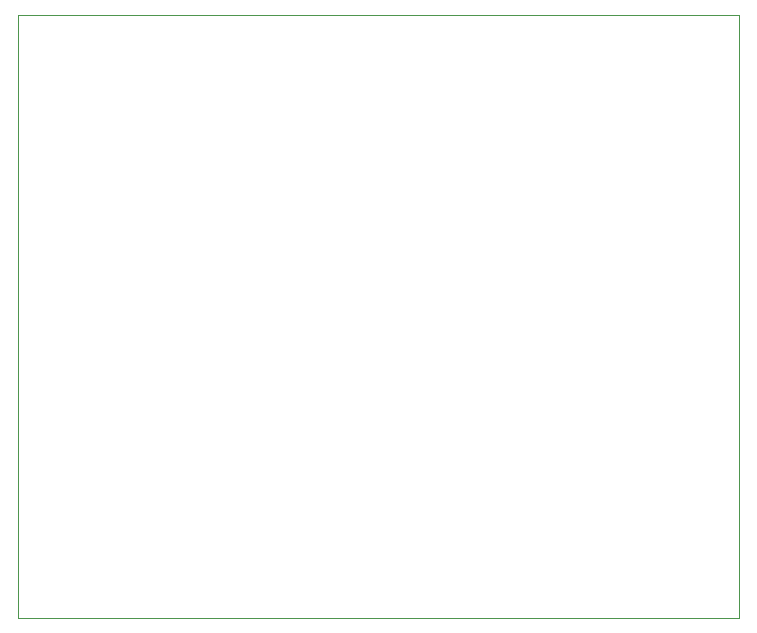
<source format=gbr>
%TF.GenerationSoftware,KiCad,Pcbnew,8.0.8*%
%TF.CreationDate,2025-02-10T02:06:15-08:00*%
%TF.ProjectId,514_FinalProject,3531345f-4669-46e6-916c-50726f6a6563,rev?*%
%TF.SameCoordinates,Original*%
%TF.FileFunction,Profile,NP*%
%FSLAX46Y46*%
G04 Gerber Fmt 4.6, Leading zero omitted, Abs format (unit mm)*
G04 Created by KiCad (PCBNEW 8.0.8) date 2025-02-10 02:06:15*
%MOMM*%
%LPD*%
G01*
G04 APERTURE LIST*
%TA.AperFunction,Profile*%
%ADD10C,0.050000*%
%TD*%
G04 APERTURE END LIST*
D10*
X94000000Y-47000000D02*
X155000000Y-47000000D01*
X155000000Y-98000000D01*
X94000000Y-98000000D01*
X94000000Y-47000000D01*
M02*

</source>
